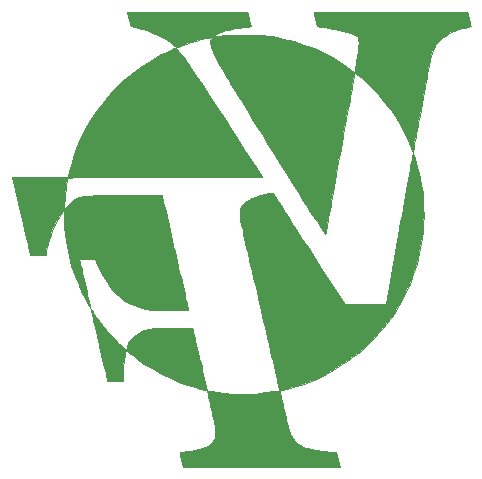
<source format=gbo>
%FSLAX46Y46*%
G04 Gerber Fmt 4.6, Leading zero omitted, Abs format (unit mm)*
G04 Created by KiCad (PCBNEW (2014-jan-25)-product) date Wed 09 Jul 2014 20:06:45 EST*
%MOMM*%
G01*
G04 APERTURE LIST*
%ADD10C,0.150000*%
%ADD11C,0.100000*%
G04 APERTURE END LIST*
D10*
D11*
G36*
X135313114Y-97629642D02*
X135311485Y-97965811D01*
X135305739Y-98292470D01*
X135295879Y-98598651D01*
X135281907Y-98873388D01*
X135263824Y-99105714D01*
X135258939Y-99153332D01*
X135132107Y-100090570D01*
X134957872Y-100998235D01*
X134735409Y-101878635D01*
X134463895Y-102734080D01*
X134142503Y-103566878D01*
X133770409Y-104379339D01*
X133346788Y-105173771D01*
X132870815Y-105952485D01*
X132781338Y-106088424D01*
X132468730Y-106542627D01*
X132154325Y-106966182D01*
X131827724Y-107371698D01*
X131478524Y-107771784D01*
X131096326Y-108179047D01*
X130853403Y-108425544D01*
X130450542Y-108817492D01*
X130063713Y-109171091D01*
X129680319Y-109496634D01*
X129287762Y-109804416D01*
X128873443Y-110104731D01*
X128438443Y-110398904D01*
X127656064Y-110879070D01*
X126846417Y-111311043D01*
X126012985Y-111693363D01*
X125159249Y-112024568D01*
X124288690Y-112303198D01*
X123404791Y-112527791D01*
X123322229Y-112545838D01*
X123210601Y-112572095D01*
X123145504Y-112594193D01*
X123117649Y-112616365D01*
X123116642Y-112639540D01*
X123125451Y-112675021D01*
X123145721Y-112760386D01*
X123176260Y-112890512D01*
X123215876Y-113060274D01*
X123263376Y-113264550D01*
X123317569Y-113498214D01*
X123377262Y-113756144D01*
X123441264Y-114033216D01*
X123485268Y-114223999D01*
X123569223Y-114587623D01*
X123641965Y-114900862D01*
X123704763Y-115168375D01*
X123758889Y-115394825D01*
X123805613Y-115584870D01*
X123846206Y-115743174D01*
X123881937Y-115874395D01*
X123914077Y-115983196D01*
X123943897Y-116074236D01*
X123972667Y-116152176D01*
X124001658Y-116221678D01*
X124032140Y-116287402D01*
X124065384Y-116354009D01*
X124066438Y-116356071D01*
X124243662Y-116650562D01*
X124453704Y-116902783D01*
X124699504Y-117114978D01*
X124984002Y-117289390D01*
X125310138Y-117428262D01*
X125577462Y-117508809D01*
X125716287Y-117540275D01*
X125897698Y-117575057D01*
X126111589Y-117611766D01*
X126347849Y-117649008D01*
X126596371Y-117685393D01*
X126847045Y-117719528D01*
X127089764Y-117750023D01*
X127314419Y-117775485D01*
X127510900Y-117794522D01*
X127669101Y-117805744D01*
X127752152Y-117808203D01*
X127844086Y-117812657D01*
X127893705Y-117828768D01*
X127913742Y-117857610D01*
X127924572Y-117898946D01*
X127946112Y-117986353D01*
X127976218Y-118110940D01*
X128012747Y-118263815D01*
X128053554Y-118436088D01*
X128066872Y-118492610D01*
X128204676Y-119078221D01*
X121568975Y-119078221D01*
X114933273Y-119078221D01*
X114795271Y-118478499D01*
X114754706Y-118301544D01*
X114718610Y-118142802D01*
X114688859Y-118010631D01*
X114667330Y-117913393D01*
X114655901Y-117859448D01*
X114654578Y-117851871D01*
X114680101Y-117839277D01*
X114752390Y-117821721D01*
X114862178Y-117801011D01*
X115000192Y-117778954D01*
X115103443Y-117764375D01*
X115548431Y-117699119D01*
X115940555Y-117629184D01*
X116283304Y-117553084D01*
X116580167Y-117469335D01*
X116834633Y-117376450D01*
X117050194Y-117272946D01*
X117230336Y-117157336D01*
X117378551Y-117028135D01*
X117498328Y-116883859D01*
X117593156Y-116723021D01*
X117604243Y-116699944D01*
X117643396Y-116614304D01*
X117670009Y-116545006D01*
X117686423Y-116477763D01*
X117694979Y-116398289D01*
X117698018Y-116292297D01*
X117697880Y-116145500D01*
X117697787Y-116128999D01*
X117691911Y-115909739D01*
X117675620Y-115724608D01*
X117646736Y-115551892D01*
X117634087Y-115493999D01*
X117615006Y-115411074D01*
X117584820Y-115280061D01*
X117545125Y-115107872D01*
X117497514Y-114901415D01*
X117443581Y-114667602D01*
X117384919Y-114413343D01*
X117323122Y-114145548D01*
X117271290Y-113920971D01*
X117211108Y-113658326D01*
X117155663Y-113412621D01*
X117106117Y-113189291D01*
X117063638Y-112993769D01*
X117029390Y-112831491D01*
X117004539Y-112707890D01*
X116990251Y-112628400D01*
X116987672Y-112598473D01*
X117020258Y-112596937D01*
X117097998Y-112604594D01*
X117210592Y-112620113D01*
X117347738Y-112642166D01*
X117409015Y-112652849D01*
X118320025Y-112786819D01*
X119237638Y-112865640D01*
X120157985Y-112889296D01*
X121077198Y-112857772D01*
X121991409Y-112771054D01*
X122652859Y-112672981D01*
X122817474Y-112644497D01*
X122934385Y-112622714D01*
X123011552Y-112604968D01*
X123056932Y-112588597D01*
X123078486Y-112570936D01*
X123084171Y-112549323D01*
X123082829Y-112529094D01*
X123075904Y-112495849D01*
X123056819Y-112409939D01*
X123026110Y-112273696D01*
X122984313Y-112089456D01*
X122931961Y-111859550D01*
X122869592Y-111586312D01*
X122797738Y-111272075D01*
X122716937Y-110919173D01*
X122627722Y-110529939D01*
X122530630Y-110106706D01*
X122426195Y-109651807D01*
X122314952Y-109167577D01*
X122197437Y-108656347D01*
X122074185Y-108120452D01*
X121945731Y-107562224D01*
X121812609Y-106983997D01*
X121675357Y-106388105D01*
X121534508Y-105776880D01*
X121455185Y-105432776D01*
X121312025Y-104811732D01*
X121171864Y-104203520D01*
X121035255Y-103610550D01*
X120902753Y-103035231D01*
X120774910Y-102479972D01*
X120652281Y-101947183D01*
X120535419Y-101439272D01*
X120424878Y-100958648D01*
X120321212Y-100507721D01*
X120224973Y-100088900D01*
X120136716Y-99704593D01*
X120056995Y-99357210D01*
X119986362Y-99049160D01*
X119925373Y-98782853D01*
X119874579Y-98560696D01*
X119834536Y-98385100D01*
X119805796Y-98258473D01*
X119788913Y-98183225D01*
X119785078Y-98165554D01*
X119758130Y-97994843D01*
X119740131Y-97794189D01*
X119733499Y-97601110D01*
X119733702Y-97458037D01*
X119737839Y-97355386D01*
X119748689Y-97277145D01*
X119769034Y-97207302D01*
X119801654Y-97129846D01*
X119823410Y-97083313D01*
X119933627Y-96898434D01*
X120083073Y-96728801D01*
X120273983Y-96573307D01*
X120508590Y-96430846D01*
X120789129Y-96300311D01*
X121117833Y-96180596D01*
X121496937Y-96070595D01*
X121928673Y-95969200D01*
X122172189Y-95919995D01*
X122306484Y-95895972D01*
X122420227Y-95879037D01*
X122502298Y-95870598D01*
X122541576Y-95872068D01*
X122542896Y-95872989D01*
X122562860Y-95901761D01*
X122611556Y-95975260D01*
X122687203Y-96090727D01*
X122788020Y-96245402D01*
X122912227Y-96436526D01*
X123058042Y-96661340D01*
X123223685Y-96917083D01*
X123407374Y-97200998D01*
X123607330Y-97510324D01*
X123821771Y-97842303D01*
X124048916Y-98194174D01*
X124286984Y-98563179D01*
X124534196Y-98946557D01*
X124788768Y-99341551D01*
X125048922Y-99745400D01*
X125312876Y-100155346D01*
X125578849Y-100568628D01*
X125845061Y-100982487D01*
X126109729Y-101394165D01*
X126371075Y-101800902D01*
X126627316Y-102199937D01*
X126818390Y-102497665D01*
X128629119Y-105319887D01*
X130374169Y-105319887D01*
X132119219Y-105319887D01*
X133254211Y-98941665D01*
X133359564Y-98349602D01*
X133462354Y-97771904D01*
X133562140Y-97211056D01*
X133658480Y-96669541D01*
X133750931Y-96149844D01*
X133839053Y-95654450D01*
X133922403Y-95185842D01*
X134000540Y-94746505D01*
X134073022Y-94338923D01*
X134139406Y-93965581D01*
X134199252Y-93628963D01*
X134252118Y-93331553D01*
X134297561Y-93075836D01*
X134335140Y-92864296D01*
X134364414Y-92699416D01*
X134384939Y-92583683D01*
X134396276Y-92519579D01*
X134398472Y-92506999D01*
X134410046Y-92510383D01*
X134435544Y-92559832D01*
X134472091Y-92647523D01*
X134516814Y-92765634D01*
X134566839Y-92906344D01*
X134619291Y-93061828D01*
X134671298Y-93224266D01*
X134714713Y-93367776D01*
X134878270Y-93973145D01*
X135016584Y-94590291D01*
X135132044Y-95231586D01*
X135227037Y-95909402D01*
X135259454Y-96189999D01*
X135278433Y-96409209D01*
X135293287Y-96673746D01*
X135304017Y-96972642D01*
X135310626Y-97294930D01*
X135313114Y-97629642D01*
X135313114Y-97629642D01*
X135313114Y-97629642D01*
G37*
X135313114Y-97629642D02*
X135311485Y-97965811D01*
X135305739Y-98292470D01*
X135295879Y-98598651D01*
X135281907Y-98873388D01*
X135263824Y-99105714D01*
X135258939Y-99153332D01*
X135132107Y-100090570D01*
X134957872Y-100998235D01*
X134735409Y-101878635D01*
X134463895Y-102734080D01*
X134142503Y-103566878D01*
X133770409Y-104379339D01*
X133346788Y-105173771D01*
X132870815Y-105952485D01*
X132781338Y-106088424D01*
X132468730Y-106542627D01*
X132154325Y-106966182D01*
X131827724Y-107371698D01*
X131478524Y-107771784D01*
X131096326Y-108179047D01*
X130853403Y-108425544D01*
X130450542Y-108817492D01*
X130063713Y-109171091D01*
X129680319Y-109496634D01*
X129287762Y-109804416D01*
X128873443Y-110104731D01*
X128438443Y-110398904D01*
X127656064Y-110879070D01*
X126846417Y-111311043D01*
X126012985Y-111693363D01*
X125159249Y-112024568D01*
X124288690Y-112303198D01*
X123404791Y-112527791D01*
X123322229Y-112545838D01*
X123210601Y-112572095D01*
X123145504Y-112594193D01*
X123117649Y-112616365D01*
X123116642Y-112639540D01*
X123125451Y-112675021D01*
X123145721Y-112760386D01*
X123176260Y-112890512D01*
X123215876Y-113060274D01*
X123263376Y-113264550D01*
X123317569Y-113498214D01*
X123377262Y-113756144D01*
X123441264Y-114033216D01*
X123485268Y-114223999D01*
X123569223Y-114587623D01*
X123641965Y-114900862D01*
X123704763Y-115168375D01*
X123758889Y-115394825D01*
X123805613Y-115584870D01*
X123846206Y-115743174D01*
X123881937Y-115874395D01*
X123914077Y-115983196D01*
X123943897Y-116074236D01*
X123972667Y-116152176D01*
X124001658Y-116221678D01*
X124032140Y-116287402D01*
X124065384Y-116354009D01*
X124066438Y-116356071D01*
X124243662Y-116650562D01*
X124453704Y-116902783D01*
X124699504Y-117114978D01*
X124984002Y-117289390D01*
X125310138Y-117428262D01*
X125577462Y-117508809D01*
X125716287Y-117540275D01*
X125897698Y-117575057D01*
X126111589Y-117611766D01*
X126347849Y-117649008D01*
X126596371Y-117685393D01*
X126847045Y-117719528D01*
X127089764Y-117750023D01*
X127314419Y-117775485D01*
X127510900Y-117794522D01*
X127669101Y-117805744D01*
X127752152Y-117808203D01*
X127844086Y-117812657D01*
X127893705Y-117828768D01*
X127913742Y-117857610D01*
X127924572Y-117898946D01*
X127946112Y-117986353D01*
X127976218Y-118110940D01*
X128012747Y-118263815D01*
X128053554Y-118436088D01*
X128066872Y-118492610D01*
X128204676Y-119078221D01*
X121568975Y-119078221D01*
X114933273Y-119078221D01*
X114795271Y-118478499D01*
X114754706Y-118301544D01*
X114718610Y-118142802D01*
X114688859Y-118010631D01*
X114667330Y-117913393D01*
X114655901Y-117859448D01*
X114654578Y-117851871D01*
X114680101Y-117839277D01*
X114752390Y-117821721D01*
X114862178Y-117801011D01*
X115000192Y-117778954D01*
X115103443Y-117764375D01*
X115548431Y-117699119D01*
X115940555Y-117629184D01*
X116283304Y-117553084D01*
X116580167Y-117469335D01*
X116834633Y-117376450D01*
X117050194Y-117272946D01*
X117230336Y-117157336D01*
X117378551Y-117028135D01*
X117498328Y-116883859D01*
X117593156Y-116723021D01*
X117604243Y-116699944D01*
X117643396Y-116614304D01*
X117670009Y-116545006D01*
X117686423Y-116477763D01*
X117694979Y-116398289D01*
X117698018Y-116292297D01*
X117697880Y-116145500D01*
X117697787Y-116128999D01*
X117691911Y-115909739D01*
X117675620Y-115724608D01*
X117646736Y-115551892D01*
X117634087Y-115493999D01*
X117615006Y-115411074D01*
X117584820Y-115280061D01*
X117545125Y-115107872D01*
X117497514Y-114901415D01*
X117443581Y-114667602D01*
X117384919Y-114413343D01*
X117323122Y-114145548D01*
X117271290Y-113920971D01*
X117211108Y-113658326D01*
X117155663Y-113412621D01*
X117106117Y-113189291D01*
X117063638Y-112993769D01*
X117029390Y-112831491D01*
X117004539Y-112707890D01*
X116990251Y-112628400D01*
X116987672Y-112598473D01*
X117020258Y-112596937D01*
X117097998Y-112604594D01*
X117210592Y-112620113D01*
X117347738Y-112642166D01*
X117409015Y-112652849D01*
X118320025Y-112786819D01*
X119237638Y-112865640D01*
X120157985Y-112889296D01*
X121077198Y-112857772D01*
X121991409Y-112771054D01*
X122652859Y-112672981D01*
X122817474Y-112644497D01*
X122934385Y-112622714D01*
X123011552Y-112604968D01*
X123056932Y-112588597D01*
X123078486Y-112570936D01*
X123084171Y-112549323D01*
X123082829Y-112529094D01*
X123075904Y-112495849D01*
X123056819Y-112409939D01*
X123026110Y-112273696D01*
X122984313Y-112089456D01*
X122931961Y-111859550D01*
X122869592Y-111586312D01*
X122797738Y-111272075D01*
X122716937Y-110919173D01*
X122627722Y-110529939D01*
X122530630Y-110106706D01*
X122426195Y-109651807D01*
X122314952Y-109167577D01*
X122197437Y-108656347D01*
X122074185Y-108120452D01*
X121945731Y-107562224D01*
X121812609Y-106983997D01*
X121675357Y-106388105D01*
X121534508Y-105776880D01*
X121455185Y-105432776D01*
X121312025Y-104811732D01*
X121171864Y-104203520D01*
X121035255Y-103610550D01*
X120902753Y-103035231D01*
X120774910Y-102479972D01*
X120652281Y-101947183D01*
X120535419Y-101439272D01*
X120424878Y-100958648D01*
X120321212Y-100507721D01*
X120224973Y-100088900D01*
X120136716Y-99704593D01*
X120056995Y-99357210D01*
X119986362Y-99049160D01*
X119925373Y-98782853D01*
X119874579Y-98560696D01*
X119834536Y-98385100D01*
X119805796Y-98258473D01*
X119788913Y-98183225D01*
X119785078Y-98165554D01*
X119758130Y-97994843D01*
X119740131Y-97794189D01*
X119733499Y-97601110D01*
X119733702Y-97458037D01*
X119737839Y-97355386D01*
X119748689Y-97277145D01*
X119769034Y-97207302D01*
X119801654Y-97129846D01*
X119823410Y-97083313D01*
X119933627Y-96898434D01*
X120083073Y-96728801D01*
X120273983Y-96573307D01*
X120508590Y-96430846D01*
X120789129Y-96300311D01*
X121117833Y-96180596D01*
X121496937Y-96070595D01*
X121928673Y-95969200D01*
X122172189Y-95919995D01*
X122306484Y-95895972D01*
X122420227Y-95879037D01*
X122502298Y-95870598D01*
X122541576Y-95872068D01*
X122542896Y-95872989D01*
X122562860Y-95901761D01*
X122611556Y-95975260D01*
X122687203Y-96090727D01*
X122788020Y-96245402D01*
X122912227Y-96436526D01*
X123058042Y-96661340D01*
X123223685Y-96917083D01*
X123407374Y-97200998D01*
X123607330Y-97510324D01*
X123821771Y-97842303D01*
X124048916Y-98194174D01*
X124286984Y-98563179D01*
X124534196Y-98946557D01*
X124788768Y-99341551D01*
X125048922Y-99745400D01*
X125312876Y-100155346D01*
X125578849Y-100568628D01*
X125845061Y-100982487D01*
X126109729Y-101394165D01*
X126371075Y-101800902D01*
X126627316Y-102199937D01*
X126818390Y-102497665D01*
X128629119Y-105319887D01*
X130374169Y-105319887D01*
X132119219Y-105319887D01*
X133254211Y-98941665D01*
X133359564Y-98349602D01*
X133462354Y-97771904D01*
X133562140Y-97211056D01*
X133658480Y-96669541D01*
X133750931Y-96149844D01*
X133839053Y-95654450D01*
X133922403Y-95185842D01*
X134000540Y-94746505D01*
X134073022Y-94338923D01*
X134139406Y-93965581D01*
X134199252Y-93628963D01*
X134252118Y-93331553D01*
X134297561Y-93075836D01*
X134335140Y-92864296D01*
X134364414Y-92699416D01*
X134384939Y-92583683D01*
X134396276Y-92519579D01*
X134398472Y-92506999D01*
X134410046Y-92510383D01*
X134435544Y-92559832D01*
X134472091Y-92647523D01*
X134516814Y-92765634D01*
X134566839Y-92906344D01*
X134619291Y-93061828D01*
X134671298Y-93224266D01*
X134714713Y-93367776D01*
X134878270Y-93973145D01*
X135016584Y-94590291D01*
X135132044Y-95231586D01*
X135227037Y-95909402D01*
X135259454Y-96189999D01*
X135278433Y-96409209D01*
X135293287Y-96673746D01*
X135304017Y-96972642D01*
X135310626Y-97294930D01*
X135313114Y-97629642D01*
X135313114Y-97629642D01*
G36*
X116951999Y-112546517D02*
X116941383Y-112555687D01*
X116905709Y-112555532D01*
X116839233Y-112544923D01*
X116736216Y-112522735D01*
X116590914Y-112487840D01*
X116397586Y-112439110D01*
X116373443Y-112432934D01*
X116007026Y-112336132D01*
X115679343Y-112242695D01*
X115373355Y-112147316D01*
X115072022Y-112044691D01*
X114766367Y-111932564D01*
X113909309Y-111579890D01*
X113080368Y-111180687D01*
X112282237Y-110736510D01*
X111517607Y-110248919D01*
X110789170Y-109719469D01*
X110399844Y-109406761D01*
X110298739Y-109325959D01*
X110212801Y-109263542D01*
X110151226Y-109225768D01*
X110123371Y-109218702D01*
X110101964Y-109265329D01*
X110074410Y-109360830D01*
X110042300Y-109498170D01*
X110007226Y-109670311D01*
X109970778Y-109870217D01*
X109955166Y-109962443D01*
X109923948Y-110183477D01*
X109895893Y-110444190D01*
X109872248Y-110727850D01*
X109854258Y-111017722D01*
X109843168Y-111297074D01*
X109840099Y-111507610D01*
X109839999Y-111796887D01*
X109190888Y-111796887D01*
X109006265Y-111796198D01*
X108842065Y-111794265D01*
X108706163Y-111791290D01*
X108606440Y-111787475D01*
X108550774Y-111783021D01*
X108541777Y-111780263D01*
X108535558Y-111751097D01*
X108517444Y-111670484D01*
X108488251Y-111541969D01*
X108448791Y-111369102D01*
X108399879Y-111155428D01*
X108342329Y-110904495D01*
X108276956Y-110619851D01*
X108204574Y-110305042D01*
X108125997Y-109963617D01*
X108042038Y-109599121D01*
X107953513Y-109215103D01*
X107861236Y-108815109D01*
X107848067Y-108758047D01*
X107755453Y-108356267D01*
X107666661Y-107970055D01*
X107582491Y-107602948D01*
X107503745Y-107258484D01*
X107431223Y-106940200D01*
X107365727Y-106651633D01*
X107308056Y-106396321D01*
X107259011Y-106177802D01*
X107219395Y-105999611D01*
X107190006Y-105865288D01*
X107171646Y-105778369D01*
X107165116Y-105742391D01*
X107165197Y-105741615D01*
X107183655Y-105759664D01*
X107226284Y-105816762D01*
X107286976Y-105904320D01*
X107359622Y-106013750D01*
X107369136Y-106028380D01*
X107614626Y-106390029D01*
X107893247Y-106771469D01*
X108193418Y-107158043D01*
X108503553Y-107535096D01*
X108812071Y-107887971D01*
X108995069Y-108085665D01*
X109120703Y-108215916D01*
X109258503Y-108355115D01*
X109402820Y-108497931D01*
X109548005Y-108639031D01*
X109688410Y-108773084D01*
X109818385Y-108894756D01*
X109932284Y-108998716D01*
X110024456Y-109079632D01*
X110089254Y-109132171D01*
X110121029Y-109151001D01*
X110122881Y-109150311D01*
X110138058Y-109115821D01*
X110165071Y-109040772D01*
X110199198Y-108938568D01*
X110215927Y-108886303D01*
X110332428Y-108607223D01*
X110498132Y-108342155D01*
X110706243Y-108098031D01*
X110949966Y-107881784D01*
X111222504Y-107700345D01*
X111514565Y-107561608D01*
X111662467Y-107506445D01*
X111802956Y-107458925D01*
X111941513Y-107418492D01*
X112083618Y-107384590D01*
X112234753Y-107356660D01*
X112400399Y-107334146D01*
X112586037Y-107316491D01*
X112797149Y-107303138D01*
X113039214Y-107293529D01*
X113317716Y-107287108D01*
X113638134Y-107283317D01*
X114005950Y-107281600D01*
X114272333Y-107281332D01*
X114554053Y-107281593D01*
X114817988Y-107282343D01*
X115058895Y-107283533D01*
X115271531Y-107285111D01*
X115450656Y-107287029D01*
X115591026Y-107289235D01*
X115687399Y-107291679D01*
X115734532Y-107294313D01*
X115738443Y-107295337D01*
X115744689Y-107324234D01*
X115762841Y-107404306D01*
X115792022Y-107531751D01*
X115831352Y-107702767D01*
X115879952Y-107913552D01*
X115936946Y-108160303D01*
X116001454Y-108439219D01*
X116072598Y-108746498D01*
X116149499Y-109078337D01*
X116231279Y-109430934D01*
X116317060Y-109800487D01*
X116345221Y-109921744D01*
X116432091Y-110295880D01*
X116515243Y-110654248D01*
X116593797Y-110993048D01*
X116666876Y-111308481D01*
X116733601Y-111596749D01*
X116793095Y-111854052D01*
X116844478Y-112076591D01*
X116886873Y-112260567D01*
X116919401Y-112402182D01*
X116941185Y-112497635D01*
X116951346Y-112543129D01*
X116951999Y-112546517D01*
X116951999Y-112546517D01*
X116951999Y-112546517D01*
G37*
X116951999Y-112546517D02*
X116941383Y-112555687D01*
X116905709Y-112555532D01*
X116839233Y-112544923D01*
X116736216Y-112522735D01*
X116590914Y-112487840D01*
X116397586Y-112439110D01*
X116373443Y-112432934D01*
X116007026Y-112336132D01*
X115679343Y-112242695D01*
X115373355Y-112147316D01*
X115072022Y-112044691D01*
X114766367Y-111932564D01*
X113909309Y-111579890D01*
X113080368Y-111180687D01*
X112282237Y-110736510D01*
X111517607Y-110248919D01*
X110789170Y-109719469D01*
X110399844Y-109406761D01*
X110298739Y-109325959D01*
X110212801Y-109263542D01*
X110151226Y-109225768D01*
X110123371Y-109218702D01*
X110101964Y-109265329D01*
X110074410Y-109360830D01*
X110042300Y-109498170D01*
X110007226Y-109670311D01*
X109970778Y-109870217D01*
X109955166Y-109962443D01*
X109923948Y-110183477D01*
X109895893Y-110444190D01*
X109872248Y-110727850D01*
X109854258Y-111017722D01*
X109843168Y-111297074D01*
X109840099Y-111507610D01*
X109839999Y-111796887D01*
X109190888Y-111796887D01*
X109006265Y-111796198D01*
X108842065Y-111794265D01*
X108706163Y-111791290D01*
X108606440Y-111787475D01*
X108550774Y-111783021D01*
X108541777Y-111780263D01*
X108535558Y-111751097D01*
X108517444Y-111670484D01*
X108488251Y-111541969D01*
X108448791Y-111369102D01*
X108399879Y-111155428D01*
X108342329Y-110904495D01*
X108276956Y-110619851D01*
X108204574Y-110305042D01*
X108125997Y-109963617D01*
X108042038Y-109599121D01*
X107953513Y-109215103D01*
X107861236Y-108815109D01*
X107848067Y-108758047D01*
X107755453Y-108356267D01*
X107666661Y-107970055D01*
X107582491Y-107602948D01*
X107503745Y-107258484D01*
X107431223Y-106940200D01*
X107365727Y-106651633D01*
X107308056Y-106396321D01*
X107259011Y-106177802D01*
X107219395Y-105999611D01*
X107190006Y-105865288D01*
X107171646Y-105778369D01*
X107165116Y-105742391D01*
X107165197Y-105741615D01*
X107183655Y-105759664D01*
X107226284Y-105816762D01*
X107286976Y-105904320D01*
X107359622Y-106013750D01*
X107369136Y-106028380D01*
X107614626Y-106390029D01*
X107893247Y-106771469D01*
X108193418Y-107158043D01*
X108503553Y-107535096D01*
X108812071Y-107887971D01*
X108995069Y-108085665D01*
X109120703Y-108215916D01*
X109258503Y-108355115D01*
X109402820Y-108497931D01*
X109548005Y-108639031D01*
X109688410Y-108773084D01*
X109818385Y-108894756D01*
X109932284Y-108998716D01*
X110024456Y-109079632D01*
X110089254Y-109132171D01*
X110121029Y-109151001D01*
X110122881Y-109150311D01*
X110138058Y-109115821D01*
X110165071Y-109040772D01*
X110199198Y-108938568D01*
X110215927Y-108886303D01*
X110332428Y-108607223D01*
X110498132Y-108342155D01*
X110706243Y-108098031D01*
X110949966Y-107881784D01*
X111222504Y-107700345D01*
X111514565Y-107561608D01*
X111662467Y-107506445D01*
X111802956Y-107458925D01*
X111941513Y-107418492D01*
X112083618Y-107384590D01*
X112234753Y-107356660D01*
X112400399Y-107334146D01*
X112586037Y-107316491D01*
X112797149Y-107303138D01*
X113039214Y-107293529D01*
X113317716Y-107287108D01*
X113638134Y-107283317D01*
X114005950Y-107281600D01*
X114272333Y-107281332D01*
X114554053Y-107281593D01*
X114817988Y-107282343D01*
X115058895Y-107283533D01*
X115271531Y-107285111D01*
X115450656Y-107287029D01*
X115591026Y-107289235D01*
X115687399Y-107291679D01*
X115734532Y-107294313D01*
X115738443Y-107295337D01*
X115744689Y-107324234D01*
X115762841Y-107404306D01*
X115792022Y-107531751D01*
X115831352Y-107702767D01*
X115879952Y-107913552D01*
X115936946Y-108160303D01*
X116001454Y-108439219D01*
X116072598Y-108746498D01*
X116149499Y-109078337D01*
X116231279Y-109430934D01*
X116317060Y-109800487D01*
X116345221Y-109921744D01*
X116432091Y-110295880D01*
X116515243Y-110654248D01*
X116593797Y-110993048D01*
X116666876Y-111308481D01*
X116733601Y-111596749D01*
X116793095Y-111854052D01*
X116844478Y-112076591D01*
X116886873Y-112260567D01*
X116919401Y-112402182D01*
X116941185Y-112497635D01*
X116951346Y-112543129D01*
X116951999Y-112546517D01*
X116951999Y-112546517D01*
G36*
X121665110Y-94534519D02*
X121637256Y-94536049D01*
X121555169Y-94537546D01*
X121421061Y-94539005D01*
X121237143Y-94540420D01*
X121005625Y-94541787D01*
X120728721Y-94543101D01*
X120408640Y-94544356D01*
X120047594Y-94545549D01*
X119647796Y-94546673D01*
X119211456Y-94547724D01*
X118740785Y-94548696D01*
X118237995Y-94549586D01*
X117705298Y-94550387D01*
X117144905Y-94551095D01*
X116559026Y-94551705D01*
X115949875Y-94552212D01*
X115319661Y-94552611D01*
X114670598Y-94552896D01*
X114004894Y-94553064D01*
X113426123Y-94553110D01*
X112617594Y-94553121D01*
X111863607Y-94553163D01*
X111162260Y-94553247D01*
X110511650Y-94553383D01*
X109909877Y-94553585D01*
X109355037Y-94553862D01*
X108845227Y-94554227D01*
X108378547Y-94554690D01*
X107953094Y-94555264D01*
X107566965Y-94555959D01*
X107218259Y-94556787D01*
X106905073Y-94557759D01*
X106625504Y-94558887D01*
X106377651Y-94560181D01*
X106159612Y-94561655D01*
X105969484Y-94563317D01*
X105805365Y-94565182D01*
X105665353Y-94567258D01*
X105547546Y-94569559D01*
X105450041Y-94572095D01*
X105370936Y-94574877D01*
X105308330Y-94577918D01*
X105260319Y-94581228D01*
X105225001Y-94584819D01*
X105200475Y-94588702D01*
X105184839Y-94592889D01*
X105176189Y-94597391D01*
X105172624Y-94602219D01*
X105172536Y-94602499D01*
X105141065Y-94730134D01*
X105107130Y-94904959D01*
X105071882Y-95117836D01*
X105036475Y-95359627D01*
X105002061Y-95621194D01*
X104969792Y-95893398D01*
X104940821Y-96167102D01*
X104916301Y-96433167D01*
X104897384Y-96682454D01*
X104886890Y-96867332D01*
X104869365Y-97248332D01*
X104962822Y-97135443D01*
X105200726Y-96868990D01*
X105434706Y-96650882D01*
X105672635Y-96474267D01*
X105832443Y-96378851D01*
X105924513Y-96331071D01*
X106014783Y-96290582D01*
X106109899Y-96256131D01*
X106216505Y-96226464D01*
X106341247Y-96200326D01*
X106490768Y-96176463D01*
X106671715Y-96153622D01*
X106890732Y-96130548D01*
X107154464Y-96105988D01*
X107384665Y-96085919D01*
X107491614Y-96077709D01*
X107612514Y-96070362D01*
X107751161Y-96063810D01*
X107911348Y-96057982D01*
X108096867Y-96052811D01*
X108311514Y-96048226D01*
X108559081Y-96044159D01*
X108843361Y-96040541D01*
X109168150Y-96037301D01*
X109537239Y-96034372D01*
X109954423Y-96031684D01*
X110423495Y-96029167D01*
X110524388Y-96028676D01*
X110903439Y-96027018D01*
X111266024Y-96025742D01*
X111608220Y-96024846D01*
X111926104Y-96024326D01*
X112215751Y-96024177D01*
X112473240Y-96024395D01*
X112694646Y-96024977D01*
X112876047Y-96025919D01*
X113013519Y-96027217D01*
X113103140Y-96028866D01*
X113140985Y-96030864D01*
X113141999Y-96031282D01*
X113148242Y-96059247D01*
X113166448Y-96138814D01*
X113195833Y-96266599D01*
X113235615Y-96439218D01*
X113285010Y-96653287D01*
X113343233Y-96905422D01*
X113409502Y-97192238D01*
X113483033Y-97510352D01*
X113563042Y-97856380D01*
X113648746Y-98226937D01*
X113739362Y-98618639D01*
X113834104Y-99028102D01*
X113932191Y-99451943D01*
X114032839Y-99886776D01*
X114135263Y-100329219D01*
X114238680Y-100775886D01*
X114342308Y-101223394D01*
X114445362Y-101668358D01*
X114547058Y-102107395D01*
X114646614Y-102537120D01*
X114743245Y-102954150D01*
X114836168Y-103355100D01*
X114924599Y-103736586D01*
X115007756Y-104095223D01*
X115084853Y-104427629D01*
X115155109Y-104730419D01*
X115217739Y-105000208D01*
X115271959Y-105233613D01*
X115316986Y-105427249D01*
X115352037Y-105577732D01*
X115376328Y-105681679D01*
X115385826Y-105722054D01*
X115400852Y-105785554D01*
X113996259Y-105781654D01*
X113708764Y-105780350D01*
X113429415Y-105778126D01*
X113165100Y-105775101D01*
X112922709Y-105771396D01*
X112709128Y-105767133D01*
X112531245Y-105762431D01*
X112395950Y-105757411D01*
X112310131Y-105752193D01*
X112309443Y-105752131D01*
X111765484Y-105678119D01*
X111253155Y-105557470D01*
X110771634Y-105389731D01*
X110320099Y-105174447D01*
X109897727Y-104911165D01*
X109503696Y-104599429D01*
X109137182Y-104238785D01*
X108797364Y-103828779D01*
X108776515Y-103800861D01*
X108573337Y-103514387D01*
X108367797Y-103201097D01*
X108167040Y-102873301D01*
X107978206Y-102543305D01*
X107808438Y-102223418D01*
X107664879Y-101925949D01*
X107594554Y-101763978D01*
X107478158Y-101481665D01*
X106824634Y-101474089D01*
X106639370Y-101472868D01*
X106474497Y-101473555D01*
X106337864Y-101475971D01*
X106237320Y-101479937D01*
X106180717Y-101485273D01*
X106171110Y-101489004D01*
X106177329Y-101519475D01*
X106195325Y-101600606D01*
X106224108Y-101728074D01*
X106262687Y-101897557D01*
X106310073Y-102104733D01*
X106365274Y-102345281D01*
X106427301Y-102614877D01*
X106495163Y-102909201D01*
X106567870Y-103223929D01*
X106644431Y-103554740D01*
X106646543Y-103563857D01*
X106722982Y-103894340D01*
X106795384Y-104208347D01*
X106862780Y-104501619D01*
X106924201Y-104769896D01*
X106978680Y-105008921D01*
X107025249Y-105214433D01*
X107062940Y-105382174D01*
X107090784Y-105507884D01*
X107107814Y-105587305D01*
X107113062Y-105616177D01*
X107113014Y-105616221D01*
X107088962Y-105591903D01*
X107043591Y-105523211D01*
X106980250Y-105416539D01*
X106902291Y-105278280D01*
X106813064Y-105114828D01*
X106715921Y-104932577D01*
X106614211Y-104737920D01*
X106511287Y-104537250D01*
X106410498Y-104336962D01*
X106315195Y-104143449D01*
X106228730Y-103963104D01*
X106154453Y-103802321D01*
X106112527Y-103707218D01*
X105777739Y-102866007D01*
X105497679Y-102027207D01*
X105271175Y-101185430D01*
X105097052Y-100335287D01*
X104974136Y-99471388D01*
X104901253Y-98588343D01*
X104881210Y-98054522D01*
X104864577Y-97280267D01*
X104797079Y-97363077D01*
X104701424Y-97493427D01*
X104589850Y-97667075D01*
X104467148Y-97874811D01*
X104338111Y-98107424D01*
X104207527Y-98355704D01*
X104080189Y-98610442D01*
X103960887Y-98862427D01*
X103854412Y-99102448D01*
X103765556Y-99321296D01*
X103733695Y-99407332D01*
X103625402Y-99735192D01*
X103527858Y-100078516D01*
X103446865Y-100415316D01*
X103391132Y-100705554D01*
X103370566Y-100829410D01*
X103351888Y-100937991D01*
X103337901Y-101015164D01*
X103333492Y-101037165D01*
X103319590Y-101100665D01*
X102656905Y-101100665D01*
X102470244Y-101100378D01*
X102303900Y-101099574D01*
X102165677Y-101098334D01*
X102063376Y-101096743D01*
X102004802Y-101094882D01*
X101993864Y-101093610D01*
X101987556Y-101065765D01*
X101969250Y-100986333D01*
X101939732Y-100858702D01*
X101899789Y-100686262D01*
X101850208Y-100472401D01*
X101791774Y-100220510D01*
X101725275Y-99933977D01*
X101651497Y-99616192D01*
X101571226Y-99270545D01*
X101485250Y-98900424D01*
X101394354Y-98509220D01*
X101299326Y-98100321D01*
X101235768Y-97826887D01*
X100478029Y-94567221D01*
X102826074Y-94560005D01*
X105174118Y-94552789D01*
X105280899Y-94108449D01*
X105524062Y-93216613D01*
X105819925Y-92344435D01*
X106167711Y-91493509D01*
X106566644Y-90665429D01*
X107015947Y-89861789D01*
X107514844Y-89084183D01*
X108062560Y-88334205D01*
X108143227Y-88231332D01*
X108742431Y-87518716D01*
X109379941Y-86847185D01*
X110054433Y-86217808D01*
X110764583Y-85631654D01*
X111509069Y-85089794D01*
X112286566Y-84593295D01*
X113095750Y-84143228D01*
X113381888Y-83998992D01*
X113564382Y-83909967D01*
X113739285Y-83825747D01*
X113897243Y-83750752D01*
X114028900Y-83689403D01*
X114124903Y-83646118D01*
X114161170Y-83630788D01*
X114319564Y-83567498D01*
X114433034Y-83691026D01*
X114496313Y-83760689D01*
X114559294Y-83831916D01*
X114623301Y-83906657D01*
X114689658Y-83986862D01*
X114759690Y-84074481D01*
X114834723Y-84171465D01*
X114916080Y-84279764D01*
X115005086Y-84401328D01*
X115103065Y-84538107D01*
X115211344Y-84692051D01*
X115331245Y-84865111D01*
X115464094Y-85059237D01*
X115611215Y-85276379D01*
X115773933Y-85518487D01*
X115953572Y-85787511D01*
X116151458Y-86085402D01*
X116368915Y-86414110D01*
X116607267Y-86775585D01*
X116867839Y-87171778D01*
X117151956Y-87604637D01*
X117460942Y-88076115D01*
X117796122Y-88588160D01*
X118158821Y-89142723D01*
X118550363Y-89741755D01*
X118740480Y-90032714D01*
X119093287Y-90572702D01*
X119416515Y-91067431D01*
X119711459Y-91518895D01*
X119979414Y-91929085D01*
X120221675Y-92299997D01*
X120439538Y-92633623D01*
X120634296Y-92931957D01*
X120807245Y-93196991D01*
X120959681Y-93430720D01*
X121092897Y-93635135D01*
X121208190Y-93812232D01*
X121306853Y-93964003D01*
X121390182Y-94092441D01*
X121459472Y-94199540D01*
X121516017Y-94287292D01*
X121561114Y-94357692D01*
X121596056Y-94412733D01*
X121622139Y-94454408D01*
X121640657Y-94484710D01*
X121652906Y-94505632D01*
X121660181Y-94519168D01*
X121663777Y-94527312D01*
X121664987Y-94532056D01*
X121665110Y-94534519D01*
X121665110Y-94534519D01*
X121665110Y-94534519D01*
G37*
X121665110Y-94534519D02*
X121637256Y-94536049D01*
X121555169Y-94537546D01*
X121421061Y-94539005D01*
X121237143Y-94540420D01*
X121005625Y-94541787D01*
X120728721Y-94543101D01*
X120408640Y-94544356D01*
X120047594Y-94545549D01*
X119647796Y-94546673D01*
X119211456Y-94547724D01*
X118740785Y-94548696D01*
X118237995Y-94549586D01*
X117705298Y-94550387D01*
X117144905Y-94551095D01*
X116559026Y-94551705D01*
X115949875Y-94552212D01*
X115319661Y-94552611D01*
X114670598Y-94552896D01*
X114004894Y-94553064D01*
X113426123Y-94553110D01*
X112617594Y-94553121D01*
X111863607Y-94553163D01*
X111162260Y-94553247D01*
X110511650Y-94553383D01*
X109909877Y-94553585D01*
X109355037Y-94553862D01*
X108845227Y-94554227D01*
X108378547Y-94554690D01*
X107953094Y-94555264D01*
X107566965Y-94555959D01*
X107218259Y-94556787D01*
X106905073Y-94557759D01*
X106625504Y-94558887D01*
X106377651Y-94560181D01*
X106159612Y-94561655D01*
X105969484Y-94563317D01*
X105805365Y-94565182D01*
X105665353Y-94567258D01*
X105547546Y-94569559D01*
X105450041Y-94572095D01*
X105370936Y-94574877D01*
X105308330Y-94577918D01*
X105260319Y-94581228D01*
X105225001Y-94584819D01*
X105200475Y-94588702D01*
X105184839Y-94592889D01*
X105176189Y-94597391D01*
X105172624Y-94602219D01*
X105172536Y-94602499D01*
X105141065Y-94730134D01*
X105107130Y-94904959D01*
X105071882Y-95117836D01*
X105036475Y-95359627D01*
X105002061Y-95621194D01*
X104969792Y-95893398D01*
X104940821Y-96167102D01*
X104916301Y-96433167D01*
X104897384Y-96682454D01*
X104886890Y-96867332D01*
X104869365Y-97248332D01*
X104962822Y-97135443D01*
X105200726Y-96868990D01*
X105434706Y-96650882D01*
X105672635Y-96474267D01*
X105832443Y-96378851D01*
X105924513Y-96331071D01*
X106014783Y-96290582D01*
X106109899Y-96256131D01*
X106216505Y-96226464D01*
X106341247Y-96200326D01*
X106490768Y-96176463D01*
X106671715Y-96153622D01*
X106890732Y-96130548D01*
X107154464Y-96105988D01*
X107384665Y-96085919D01*
X107491614Y-96077709D01*
X107612514Y-96070362D01*
X107751161Y-96063810D01*
X107911348Y-96057982D01*
X108096867Y-96052811D01*
X108311514Y-96048226D01*
X108559081Y-96044159D01*
X108843361Y-96040541D01*
X109168150Y-96037301D01*
X109537239Y-96034372D01*
X109954423Y-96031684D01*
X110423495Y-96029167D01*
X110524388Y-96028676D01*
X110903439Y-96027018D01*
X111266024Y-96025742D01*
X111608220Y-96024846D01*
X111926104Y-96024326D01*
X112215751Y-96024177D01*
X112473240Y-96024395D01*
X112694646Y-96024977D01*
X112876047Y-96025919D01*
X113013519Y-96027217D01*
X113103140Y-96028866D01*
X113140985Y-96030864D01*
X113141999Y-96031282D01*
X113148242Y-96059247D01*
X113166448Y-96138814D01*
X113195833Y-96266599D01*
X113235615Y-96439218D01*
X113285010Y-96653287D01*
X113343233Y-96905422D01*
X113409502Y-97192238D01*
X113483033Y-97510352D01*
X113563042Y-97856380D01*
X113648746Y-98226937D01*
X113739362Y-98618639D01*
X113834104Y-99028102D01*
X113932191Y-99451943D01*
X114032839Y-99886776D01*
X114135263Y-100329219D01*
X114238680Y-100775886D01*
X114342308Y-101223394D01*
X114445362Y-101668358D01*
X114547058Y-102107395D01*
X114646614Y-102537120D01*
X114743245Y-102954150D01*
X114836168Y-103355100D01*
X114924599Y-103736586D01*
X115007756Y-104095223D01*
X115084853Y-104427629D01*
X115155109Y-104730419D01*
X115217739Y-105000208D01*
X115271959Y-105233613D01*
X115316986Y-105427249D01*
X115352037Y-105577732D01*
X115376328Y-105681679D01*
X115385826Y-105722054D01*
X115400852Y-105785554D01*
X113996259Y-105781654D01*
X113708764Y-105780350D01*
X113429415Y-105778126D01*
X113165100Y-105775101D01*
X112922709Y-105771396D01*
X112709128Y-105767133D01*
X112531245Y-105762431D01*
X112395950Y-105757411D01*
X112310131Y-105752193D01*
X112309443Y-105752131D01*
X111765484Y-105678119D01*
X111253155Y-105557470D01*
X110771634Y-105389731D01*
X110320099Y-105174447D01*
X109897727Y-104911165D01*
X109503696Y-104599429D01*
X109137182Y-104238785D01*
X108797364Y-103828779D01*
X108776515Y-103800861D01*
X108573337Y-103514387D01*
X108367797Y-103201097D01*
X108167040Y-102873301D01*
X107978206Y-102543305D01*
X107808438Y-102223418D01*
X107664879Y-101925949D01*
X107594554Y-101763978D01*
X107478158Y-101481665D01*
X106824634Y-101474089D01*
X106639370Y-101472868D01*
X106474497Y-101473555D01*
X106337864Y-101475971D01*
X106237320Y-101479937D01*
X106180717Y-101485273D01*
X106171110Y-101489004D01*
X106177329Y-101519475D01*
X106195325Y-101600606D01*
X106224108Y-101728074D01*
X106262687Y-101897557D01*
X106310073Y-102104733D01*
X106365274Y-102345281D01*
X106427301Y-102614877D01*
X106495163Y-102909201D01*
X106567870Y-103223929D01*
X106644431Y-103554740D01*
X106646543Y-103563857D01*
X106722982Y-103894340D01*
X106795384Y-104208347D01*
X106862780Y-104501619D01*
X106924201Y-104769896D01*
X106978680Y-105008921D01*
X107025249Y-105214433D01*
X107062940Y-105382174D01*
X107090784Y-105507884D01*
X107107814Y-105587305D01*
X107113062Y-105616177D01*
X107113014Y-105616221D01*
X107088962Y-105591903D01*
X107043591Y-105523211D01*
X106980250Y-105416539D01*
X106902291Y-105278280D01*
X106813064Y-105114828D01*
X106715921Y-104932577D01*
X106614211Y-104737920D01*
X106511287Y-104537250D01*
X106410498Y-104336962D01*
X106315195Y-104143449D01*
X106228730Y-103963104D01*
X106154453Y-103802321D01*
X106112527Y-103707218D01*
X105777739Y-102866007D01*
X105497679Y-102027207D01*
X105271175Y-101185430D01*
X105097052Y-100335287D01*
X104974136Y-99471388D01*
X104901253Y-98588343D01*
X104881210Y-98054522D01*
X104864577Y-97280267D01*
X104797079Y-97363077D01*
X104701424Y-97493427D01*
X104589850Y-97667075D01*
X104467148Y-97874811D01*
X104338111Y-98107424D01*
X104207527Y-98355704D01*
X104080189Y-98610442D01*
X103960887Y-98862427D01*
X103854412Y-99102448D01*
X103765556Y-99321296D01*
X103733695Y-99407332D01*
X103625402Y-99735192D01*
X103527858Y-100078516D01*
X103446865Y-100415316D01*
X103391132Y-100705554D01*
X103370566Y-100829410D01*
X103351888Y-100937991D01*
X103337901Y-101015164D01*
X103333492Y-101037165D01*
X103319590Y-101100665D01*
X102656905Y-101100665D01*
X102470244Y-101100378D01*
X102303900Y-101099574D01*
X102165677Y-101098334D01*
X102063376Y-101096743D01*
X102004802Y-101094882D01*
X101993864Y-101093610D01*
X101987556Y-101065765D01*
X101969250Y-100986333D01*
X101939732Y-100858702D01*
X101899789Y-100686262D01*
X101850208Y-100472401D01*
X101791774Y-100220510D01*
X101725275Y-99933977D01*
X101651497Y-99616192D01*
X101571226Y-99270545D01*
X101485250Y-98900424D01*
X101394354Y-98509220D01*
X101299326Y-98100321D01*
X101235768Y-97826887D01*
X100478029Y-94567221D01*
X102826074Y-94560005D01*
X105174118Y-94552789D01*
X105280899Y-94108449D01*
X105524062Y-93216613D01*
X105819925Y-92344435D01*
X106167711Y-91493509D01*
X106566644Y-90665429D01*
X107015947Y-89861789D01*
X107514844Y-89084183D01*
X108062560Y-88334205D01*
X108143227Y-88231332D01*
X108742431Y-87518716D01*
X109379941Y-86847185D01*
X110054433Y-86217808D01*
X110764583Y-85631654D01*
X111509069Y-85089794D01*
X112286566Y-84593295D01*
X113095750Y-84143228D01*
X113381888Y-83998992D01*
X113564382Y-83909967D01*
X113739285Y-83825747D01*
X113897243Y-83750752D01*
X114028900Y-83689403D01*
X114124903Y-83646118D01*
X114161170Y-83630788D01*
X114319564Y-83567498D01*
X114433034Y-83691026D01*
X114496313Y-83760689D01*
X114559294Y-83831916D01*
X114623301Y-83906657D01*
X114689658Y-83986862D01*
X114759690Y-84074481D01*
X114834723Y-84171465D01*
X114916080Y-84279764D01*
X115005086Y-84401328D01*
X115103065Y-84538107D01*
X115211344Y-84692051D01*
X115331245Y-84865111D01*
X115464094Y-85059237D01*
X115611215Y-85276379D01*
X115773933Y-85518487D01*
X115953572Y-85787511D01*
X116151458Y-86085402D01*
X116368915Y-86414110D01*
X116607267Y-86775585D01*
X116867839Y-87171778D01*
X117151956Y-87604637D01*
X117460942Y-88076115D01*
X117796122Y-88588160D01*
X118158821Y-89142723D01*
X118550363Y-89741755D01*
X118740480Y-90032714D01*
X119093287Y-90572702D01*
X119416515Y-91067431D01*
X119711459Y-91518895D01*
X119979414Y-91929085D01*
X120221675Y-92299997D01*
X120439538Y-92633623D01*
X120634296Y-92931957D01*
X120807245Y-93196991D01*
X120959681Y-93430720D01*
X121092897Y-93635135D01*
X121208190Y-93812232D01*
X121306853Y-93964003D01*
X121390182Y-94092441D01*
X121459472Y-94199540D01*
X121516017Y-94287292D01*
X121561114Y-94357692D01*
X121596056Y-94412733D01*
X121622139Y-94454408D01*
X121640657Y-94484710D01*
X121652906Y-94505632D01*
X121660181Y-94519168D01*
X121663777Y-94527312D01*
X121664987Y-94532056D01*
X121665110Y-94534519D01*
X121665110Y-94534519D01*
G36*
X139292074Y-81763169D02*
X139291630Y-81765623D01*
X139257528Y-81782239D01*
X139185788Y-81799394D01*
X139128243Y-81808468D01*
X138678883Y-81885640D01*
X138264948Y-81998148D01*
X137874783Y-82150190D01*
X137496734Y-82345964D01*
X137300221Y-82466993D01*
X136989094Y-82684257D01*
X136725913Y-82904407D01*
X136504816Y-83135751D01*
X136319939Y-83386600D01*
X136165420Y-83665265D01*
X136035397Y-83980057D01*
X135924007Y-84339285D01*
X135891668Y-84463665D01*
X135872749Y-84547104D01*
X135844426Y-84683126D01*
X135807256Y-84868759D01*
X135761797Y-85101028D01*
X135708605Y-85376959D01*
X135648240Y-85693577D01*
X135581258Y-86047910D01*
X135508217Y-86436982D01*
X135429674Y-86857819D01*
X135346187Y-87307448D01*
X135258314Y-87782894D01*
X135166612Y-88281184D01*
X135071638Y-88799342D01*
X134973951Y-89334395D01*
X134874107Y-89883370D01*
X134828478Y-90134957D01*
X134765168Y-90483853D01*
X134704644Y-90816465D01*
X134647671Y-91128647D01*
X134595012Y-91416251D01*
X134547433Y-91675132D01*
X134505699Y-91901141D01*
X134470574Y-92090132D01*
X134442823Y-92237958D01*
X134423210Y-92340473D01*
X134412500Y-92393529D01*
X134410762Y-92400198D01*
X134397810Y-92378749D01*
X134368215Y-92313790D01*
X134325894Y-92214377D01*
X134274764Y-92089565D01*
X134253602Y-92036766D01*
X133897487Y-91216393D01*
X133491142Y-90414673D01*
X133037594Y-89636032D01*
X132539873Y-88884893D01*
X132001007Y-88165681D01*
X131424023Y-87482820D01*
X130811951Y-86840734D01*
X130479950Y-86523636D01*
X130321372Y-86379002D01*
X130161268Y-86236468D01*
X130005187Y-86100637D01*
X129858677Y-85976111D01*
X129727288Y-85867490D01*
X129616569Y-85779378D01*
X129532069Y-85716375D01*
X129479337Y-85683084D01*
X129463759Y-85680918D01*
X129457520Y-85713487D01*
X129442887Y-85795284D01*
X129420976Y-85919897D01*
X129392907Y-86080917D01*
X129359795Y-86271934D01*
X129322760Y-86486537D01*
X129284803Y-86707332D01*
X129256906Y-86867826D01*
X129219632Y-87078982D01*
X129173858Y-87335956D01*
X129120461Y-87633906D01*
X129060318Y-87967987D01*
X128994307Y-88333357D01*
X128923303Y-88725171D01*
X128848184Y-89138587D01*
X128769827Y-89568761D01*
X128689108Y-90010850D01*
X128606905Y-90460010D01*
X128524095Y-90911398D01*
X128492784Y-91081776D01*
X128403058Y-91570929D01*
X128309079Y-92085417D01*
X128212203Y-92617715D01*
X128113784Y-93160297D01*
X128015178Y-93705637D01*
X127917738Y-94246210D01*
X127822821Y-94774488D01*
X127731781Y-95282947D01*
X127645974Y-95764060D01*
X127566753Y-96210301D01*
X127495475Y-96614145D01*
X127448608Y-96881443D01*
X127384945Y-97245241D01*
X127323732Y-97593934D01*
X127265706Y-97923400D01*
X127211600Y-98229514D01*
X127162151Y-98508154D01*
X127118092Y-98755198D01*
X127080159Y-98966522D01*
X127049087Y-99138004D01*
X127025611Y-99265520D01*
X127010465Y-99344948D01*
X127004765Y-99371345D01*
X126996405Y-99377281D01*
X126978646Y-99365688D01*
X126949511Y-99333626D01*
X126907022Y-99278155D01*
X126849203Y-99196336D01*
X126774077Y-99085230D01*
X126679666Y-98941895D01*
X126563994Y-98763394D01*
X126425083Y-98546786D01*
X126260957Y-98289131D01*
X126069638Y-97987491D01*
X125998788Y-97875567D01*
X125728364Y-97447782D01*
X125443519Y-96996396D01*
X125145995Y-96524205D01*
X124837533Y-96034002D01*
X124519875Y-95528582D01*
X124194764Y-95010738D01*
X123863942Y-94483265D01*
X123529151Y-93948958D01*
X123192132Y-93410609D01*
X122854627Y-92871014D01*
X122518379Y-92332966D01*
X122185129Y-91799260D01*
X121856620Y-91272690D01*
X121534594Y-90756049D01*
X121220792Y-90252133D01*
X120916956Y-89763735D01*
X120624829Y-89293650D01*
X120346152Y-88844671D01*
X120082667Y-88419593D01*
X119836117Y-88021209D01*
X119608244Y-87652315D01*
X119400788Y-87315704D01*
X119215493Y-87014171D01*
X119054100Y-86750509D01*
X118918352Y-86527512D01*
X118809990Y-86347976D01*
X118763360Y-86269887D01*
X118533736Y-85877960D01*
X118316221Y-85496149D01*
X118113079Y-85128872D01*
X117926571Y-84780552D01*
X117758960Y-84455609D01*
X117612509Y-84158463D01*
X117489480Y-83893535D01*
X117392136Y-83665246D01*
X117322740Y-83478015D01*
X117304428Y-83419443D01*
X117258442Y-83204286D01*
X117256253Y-83019419D01*
X117298040Y-82859304D01*
X117324469Y-82805610D01*
X117363597Y-82732131D01*
X117385611Y-82683439D01*
X117387180Y-82671554D01*
X117356841Y-82677196D01*
X117280675Y-82692817D01*
X117168023Y-82716462D01*
X117028226Y-82746173D01*
X116912012Y-82771082D01*
X116479743Y-82870321D01*
X116054317Y-82981347D01*
X115622989Y-83107976D01*
X115173011Y-83254023D01*
X114691640Y-83423305D01*
X114506959Y-83491132D01*
X114333809Y-83555367D01*
X114076248Y-83327798D01*
X113832705Y-83125634D01*
X113579749Y-82943313D01*
X113303901Y-82772100D01*
X112991681Y-82603264D01*
X112845665Y-82530574D01*
X112356708Y-82304774D01*
X111902772Y-82121081D01*
X111482035Y-81978838D01*
X111092676Y-81877391D01*
X110957000Y-81850209D01*
X110823770Y-81825228D01*
X110705252Y-81801932D01*
X110616034Y-81783250D01*
X110575523Y-81773585D01*
X110551879Y-81763485D01*
X110530842Y-81743052D01*
X110509927Y-81705303D01*
X110486646Y-81643254D01*
X110458511Y-81549921D01*
X110423037Y-81418323D01*
X110377737Y-81241474D01*
X110357591Y-81161600D01*
X110313750Y-80986579D01*
X110274934Y-80830093D01*
X110243158Y-80700391D01*
X110220437Y-80605722D01*
X110208786Y-80554335D01*
X110207679Y-80547832D01*
X110235349Y-80545622D01*
X110316651Y-80543477D01*
X110448774Y-80541407D01*
X110628906Y-80539424D01*
X110854234Y-80537540D01*
X111121947Y-80535766D01*
X111429233Y-80534115D01*
X111773280Y-80532598D01*
X112151276Y-80531226D01*
X112560409Y-80530012D01*
X112997867Y-80528966D01*
X113460839Y-80528102D01*
X113946511Y-80527429D01*
X114452074Y-80526961D01*
X114974713Y-80526708D01*
X115300461Y-80526665D01*
X120394034Y-80526665D01*
X120408308Y-80590165D01*
X120419287Y-80636257D01*
X120441569Y-80727702D01*
X120472838Y-80855074D01*
X120510779Y-81008948D01*
X120553078Y-81179900D01*
X120560443Y-81209608D01*
X120698306Y-81765550D01*
X120624319Y-81779445D01*
X120562959Y-81787697D01*
X120463192Y-81797710D01*
X120342947Y-81807750D01*
X120296332Y-81811161D01*
X120007163Y-81837203D01*
X119698317Y-81875212D01*
X119382856Y-81922892D01*
X119073844Y-81977947D01*
X118784342Y-82038081D01*
X118527412Y-82100998D01*
X118348999Y-82153446D01*
X118147488Y-82226642D01*
X117950539Y-82312073D01*
X117771469Y-82403086D01*
X117623600Y-82493030D01*
X117538258Y-82558368D01*
X117417665Y-82665669D01*
X117657554Y-82626792D01*
X117915028Y-82586324D01*
X118148212Y-82552900D01*
X118366587Y-82525877D01*
X118579634Y-82504609D01*
X118796837Y-82488451D01*
X119027675Y-82476758D01*
X119281631Y-82468886D01*
X119568187Y-82464189D01*
X119896825Y-82462021D01*
X120084665Y-82461682D01*
X120421281Y-82462066D01*
X120710752Y-82464093D01*
X120962369Y-82468403D01*
X121185425Y-82475635D01*
X121389209Y-82486429D01*
X121583013Y-82501426D01*
X121776128Y-82521263D01*
X121977845Y-82546581D01*
X122197456Y-82578019D01*
X122444250Y-82616216D01*
X122531204Y-82630087D01*
X123431982Y-82802984D01*
X124319752Y-83030313D01*
X125192147Y-83311076D01*
X126046797Y-83644273D01*
X126881336Y-84028905D01*
X127693395Y-84463972D01*
X128480607Y-84948474D01*
X129180714Y-85436909D01*
X129287589Y-85514549D01*
X129377011Y-85576905D01*
X129439937Y-85617854D01*
X129467322Y-85631275D01*
X129467612Y-85631098D01*
X129475997Y-85599867D01*
X129491321Y-85520228D01*
X129512431Y-85399634D01*
X129538172Y-85245539D01*
X129567389Y-85065396D01*
X129598929Y-84866658D01*
X129631637Y-84656777D01*
X129664360Y-84443209D01*
X129695942Y-84233404D01*
X129725230Y-84034818D01*
X129751069Y-83854903D01*
X129772305Y-83701112D01*
X129787784Y-83580898D01*
X129794825Y-83518221D01*
X129810740Y-83281572D01*
X129810210Y-83068223D01*
X129793792Y-82887409D01*
X129762043Y-82748368D01*
X129745996Y-82708238D01*
X129667409Y-82601978D01*
X129534359Y-82498357D01*
X129348790Y-82397973D01*
X129112647Y-82301422D01*
X128827875Y-82209302D01*
X128496417Y-82122211D01*
X128120219Y-82040746D01*
X127701225Y-81965505D01*
X127241378Y-81897084D01*
X127008503Y-81867061D01*
X126829210Y-81844774D01*
X126666217Y-81824048D01*
X126528847Y-81806105D01*
X126426421Y-81792168D01*
X126368261Y-81783459D01*
X126361489Y-81782191D01*
X126340554Y-81772352D01*
X126320585Y-81747808D01*
X126299334Y-81701837D01*
X126274553Y-81627715D01*
X126243995Y-81518721D01*
X126205412Y-81368132D01*
X126156573Y-81169296D01*
X126113966Y-80992947D01*
X126076293Y-80835143D01*
X126045480Y-80704101D01*
X126023451Y-80608034D01*
X126012128Y-80555158D01*
X126011028Y-80547832D01*
X126038863Y-80545873D01*
X126120654Y-80543964D01*
X126253911Y-80542112D01*
X126436145Y-80540324D01*
X126664866Y-80538610D01*
X126937586Y-80536977D01*
X127251815Y-80535434D01*
X127605063Y-80533988D01*
X127994842Y-80532648D01*
X128418662Y-80531422D01*
X128874035Y-80530317D01*
X129358470Y-80529343D01*
X129869480Y-80528506D01*
X130404573Y-80527816D01*
X130961262Y-80527279D01*
X131537057Y-80526906D01*
X132129468Y-80526702D01*
X132514652Y-80526665D01*
X133229960Y-80526680D01*
X133890965Y-80526736D01*
X134499809Y-80526849D01*
X135058634Y-80527035D01*
X135569583Y-80527310D01*
X136034796Y-80527691D01*
X136456416Y-80528194D01*
X136836585Y-80528836D01*
X137177444Y-80529631D01*
X137481135Y-80530597D01*
X137749801Y-80531751D01*
X137985582Y-80533107D01*
X138190622Y-80534682D01*
X138367061Y-80536493D01*
X138517042Y-80538556D01*
X138642706Y-80540887D01*
X138746196Y-80543501D01*
X138829653Y-80546417D01*
X138895219Y-80549649D01*
X138945036Y-80553214D01*
X138981246Y-80557128D01*
X139005990Y-80561408D01*
X139021411Y-80566069D01*
X139029650Y-80571127D01*
X139032702Y-80576054D01*
X139053928Y-80654359D01*
X139081868Y-80767678D01*
X139114397Y-80906249D01*
X139149389Y-81060308D01*
X139184720Y-81220091D01*
X139218265Y-81375837D01*
X139247897Y-81517780D01*
X139271493Y-81636159D01*
X139286927Y-81721210D01*
X139292074Y-81763169D01*
X139292074Y-81763169D01*
X139292074Y-81763169D01*
G37*
X139292074Y-81763169D02*
X139291630Y-81765623D01*
X139257528Y-81782239D01*
X139185788Y-81799394D01*
X139128243Y-81808468D01*
X138678883Y-81885640D01*
X138264948Y-81998148D01*
X137874783Y-82150190D01*
X137496734Y-82345964D01*
X137300221Y-82466993D01*
X136989094Y-82684257D01*
X136725913Y-82904407D01*
X136504816Y-83135751D01*
X136319939Y-83386600D01*
X136165420Y-83665265D01*
X136035397Y-83980057D01*
X135924007Y-84339285D01*
X135891668Y-84463665D01*
X135872749Y-84547104D01*
X135844426Y-84683126D01*
X135807256Y-84868759D01*
X135761797Y-85101028D01*
X135708605Y-85376959D01*
X135648240Y-85693577D01*
X135581258Y-86047910D01*
X135508217Y-86436982D01*
X135429674Y-86857819D01*
X135346187Y-87307448D01*
X135258314Y-87782894D01*
X135166612Y-88281184D01*
X135071638Y-88799342D01*
X134973951Y-89334395D01*
X134874107Y-89883370D01*
X134828478Y-90134957D01*
X134765168Y-90483853D01*
X134704644Y-90816465D01*
X134647671Y-91128647D01*
X134595012Y-91416251D01*
X134547433Y-91675132D01*
X134505699Y-91901141D01*
X134470574Y-92090132D01*
X134442823Y-92237958D01*
X134423210Y-92340473D01*
X134412500Y-92393529D01*
X134410762Y-92400198D01*
X134397810Y-92378749D01*
X134368215Y-92313790D01*
X134325894Y-92214377D01*
X134274764Y-92089565D01*
X134253602Y-92036766D01*
X133897487Y-91216393D01*
X133491142Y-90414673D01*
X133037594Y-89636032D01*
X132539873Y-88884893D01*
X132001007Y-88165681D01*
X131424023Y-87482820D01*
X130811951Y-86840734D01*
X130479950Y-86523636D01*
X130321372Y-86379002D01*
X130161268Y-86236468D01*
X130005187Y-86100637D01*
X129858677Y-85976111D01*
X129727288Y-85867490D01*
X129616569Y-85779378D01*
X129532069Y-85716375D01*
X129479337Y-85683084D01*
X129463759Y-85680918D01*
X129457520Y-85713487D01*
X129442887Y-85795284D01*
X129420976Y-85919897D01*
X129392907Y-86080917D01*
X129359795Y-86271934D01*
X129322760Y-86486537D01*
X129284803Y-86707332D01*
X129256906Y-86867826D01*
X129219632Y-87078982D01*
X129173858Y-87335956D01*
X129120461Y-87633906D01*
X129060318Y-87967987D01*
X128994307Y-88333357D01*
X128923303Y-88725171D01*
X128848184Y-89138587D01*
X128769827Y-89568761D01*
X128689108Y-90010850D01*
X128606905Y-90460010D01*
X128524095Y-90911398D01*
X128492784Y-91081776D01*
X128403058Y-91570929D01*
X128309079Y-92085417D01*
X128212203Y-92617715D01*
X128113784Y-93160297D01*
X128015178Y-93705637D01*
X127917738Y-94246210D01*
X127822821Y-94774488D01*
X127731781Y-95282947D01*
X127645974Y-95764060D01*
X127566753Y-96210301D01*
X127495475Y-96614145D01*
X127448608Y-96881443D01*
X127384945Y-97245241D01*
X127323732Y-97593934D01*
X127265706Y-97923400D01*
X127211600Y-98229514D01*
X127162151Y-98508154D01*
X127118092Y-98755198D01*
X127080159Y-98966522D01*
X127049087Y-99138004D01*
X127025611Y-99265520D01*
X127010465Y-99344948D01*
X127004765Y-99371345D01*
X126996405Y-99377281D01*
X126978646Y-99365688D01*
X126949511Y-99333626D01*
X126907022Y-99278155D01*
X126849203Y-99196336D01*
X126774077Y-99085230D01*
X126679666Y-98941895D01*
X126563994Y-98763394D01*
X126425083Y-98546786D01*
X126260957Y-98289131D01*
X126069638Y-97987491D01*
X125998788Y-97875567D01*
X125728364Y-97447782D01*
X125443519Y-96996396D01*
X125145995Y-96524205D01*
X124837533Y-96034002D01*
X124519875Y-95528582D01*
X124194764Y-95010738D01*
X123863942Y-94483265D01*
X123529151Y-93948958D01*
X123192132Y-93410609D01*
X122854627Y-92871014D01*
X122518379Y-92332966D01*
X122185129Y-91799260D01*
X121856620Y-91272690D01*
X121534594Y-90756049D01*
X121220792Y-90252133D01*
X120916956Y-89763735D01*
X120624829Y-89293650D01*
X120346152Y-88844671D01*
X120082667Y-88419593D01*
X119836117Y-88021209D01*
X119608244Y-87652315D01*
X119400788Y-87315704D01*
X119215493Y-87014171D01*
X119054100Y-86750509D01*
X118918352Y-86527512D01*
X118809990Y-86347976D01*
X118763360Y-86269887D01*
X118533736Y-85877960D01*
X118316221Y-85496149D01*
X118113079Y-85128872D01*
X117926571Y-84780552D01*
X117758960Y-84455609D01*
X117612509Y-84158463D01*
X117489480Y-83893535D01*
X117392136Y-83665246D01*
X117322740Y-83478015D01*
X117304428Y-83419443D01*
X117258442Y-83204286D01*
X117256253Y-83019419D01*
X117298040Y-82859304D01*
X117324469Y-82805610D01*
X117363597Y-82732131D01*
X117385611Y-82683439D01*
X117387180Y-82671554D01*
X117356841Y-82677196D01*
X117280675Y-82692817D01*
X117168023Y-82716462D01*
X117028226Y-82746173D01*
X116912012Y-82771082D01*
X116479743Y-82870321D01*
X116054317Y-82981347D01*
X115622989Y-83107976D01*
X115173011Y-83254023D01*
X114691640Y-83423305D01*
X114506959Y-83491132D01*
X114333809Y-83555367D01*
X114076248Y-83327798D01*
X113832705Y-83125634D01*
X113579749Y-82943313D01*
X113303901Y-82772100D01*
X112991681Y-82603264D01*
X112845665Y-82530574D01*
X112356708Y-82304774D01*
X111902772Y-82121081D01*
X111482035Y-81978838D01*
X111092676Y-81877391D01*
X110957000Y-81850209D01*
X110823770Y-81825228D01*
X110705252Y-81801932D01*
X110616034Y-81783250D01*
X110575523Y-81773585D01*
X110551879Y-81763485D01*
X110530842Y-81743052D01*
X110509927Y-81705303D01*
X110486646Y-81643254D01*
X110458511Y-81549921D01*
X110423037Y-81418323D01*
X110377737Y-81241474D01*
X110357591Y-81161600D01*
X110313750Y-80986579D01*
X110274934Y-80830093D01*
X110243158Y-80700391D01*
X110220437Y-80605722D01*
X110208786Y-80554335D01*
X110207679Y-80547832D01*
X110235349Y-80545622D01*
X110316651Y-80543477D01*
X110448774Y-80541407D01*
X110628906Y-80539424D01*
X110854234Y-80537540D01*
X111121947Y-80535766D01*
X111429233Y-80534115D01*
X111773280Y-80532598D01*
X112151276Y-80531226D01*
X112560409Y-80530012D01*
X112997867Y-80528966D01*
X113460839Y-80528102D01*
X113946511Y-80527429D01*
X114452074Y-80526961D01*
X114974713Y-80526708D01*
X115300461Y-80526665D01*
X120394034Y-80526665D01*
X120408308Y-80590165D01*
X120419287Y-80636257D01*
X120441569Y-80727702D01*
X120472838Y-80855074D01*
X120510779Y-81008948D01*
X120553078Y-81179900D01*
X120560443Y-81209608D01*
X120698306Y-81765550D01*
X120624319Y-81779445D01*
X120562959Y-81787697D01*
X120463192Y-81797710D01*
X120342947Y-81807750D01*
X120296332Y-81811161D01*
X120007163Y-81837203D01*
X119698317Y-81875212D01*
X119382856Y-81922892D01*
X119073844Y-81977947D01*
X118784342Y-82038081D01*
X118527412Y-82100998D01*
X118348999Y-82153446D01*
X118147488Y-82226642D01*
X117950539Y-82312073D01*
X117771469Y-82403086D01*
X117623600Y-82493030D01*
X117538258Y-82558368D01*
X117417665Y-82665669D01*
X117657554Y-82626792D01*
X117915028Y-82586324D01*
X118148212Y-82552900D01*
X118366587Y-82525877D01*
X118579634Y-82504609D01*
X118796837Y-82488451D01*
X119027675Y-82476758D01*
X119281631Y-82468886D01*
X119568187Y-82464189D01*
X119896825Y-82462021D01*
X120084665Y-82461682D01*
X120421281Y-82462066D01*
X120710752Y-82464093D01*
X120962369Y-82468403D01*
X121185425Y-82475635D01*
X121389209Y-82486429D01*
X121583013Y-82501426D01*
X121776128Y-82521263D01*
X121977845Y-82546581D01*
X122197456Y-82578019D01*
X122444250Y-82616216D01*
X122531204Y-82630087D01*
X123431982Y-82802984D01*
X124319752Y-83030313D01*
X125192147Y-83311076D01*
X126046797Y-83644273D01*
X126881336Y-84028905D01*
X127693395Y-84463972D01*
X128480607Y-84948474D01*
X129180714Y-85436909D01*
X129287589Y-85514549D01*
X129377011Y-85576905D01*
X129439937Y-85617854D01*
X129467322Y-85631275D01*
X129467612Y-85631098D01*
X129475997Y-85599867D01*
X129491321Y-85520228D01*
X129512431Y-85399634D01*
X129538172Y-85245539D01*
X129567389Y-85065396D01*
X129598929Y-84866658D01*
X129631637Y-84656777D01*
X129664360Y-84443209D01*
X129695942Y-84233404D01*
X129725230Y-84034818D01*
X129751069Y-83854903D01*
X129772305Y-83701112D01*
X129787784Y-83580898D01*
X129794825Y-83518221D01*
X129810740Y-83281572D01*
X129810210Y-83068223D01*
X129793792Y-82887409D01*
X129762043Y-82748368D01*
X129745996Y-82708238D01*
X129667409Y-82601978D01*
X129534359Y-82498357D01*
X129348790Y-82397973D01*
X129112647Y-82301422D01*
X128827875Y-82209302D01*
X128496417Y-82122211D01*
X128120219Y-82040746D01*
X127701225Y-81965505D01*
X127241378Y-81897084D01*
X127008503Y-81867061D01*
X126829210Y-81844774D01*
X126666217Y-81824048D01*
X126528847Y-81806105D01*
X126426421Y-81792168D01*
X126368261Y-81783459D01*
X126361489Y-81782191D01*
X126340554Y-81772352D01*
X126320585Y-81747808D01*
X126299334Y-81701837D01*
X126274553Y-81627715D01*
X126243995Y-81518721D01*
X126205412Y-81368132D01*
X126156573Y-81169296D01*
X126113966Y-80992947D01*
X126076293Y-80835143D01*
X126045480Y-80704101D01*
X126023451Y-80608034D01*
X126012128Y-80555158D01*
X126011028Y-80547832D01*
X126038863Y-80545873D01*
X126120654Y-80543964D01*
X126253911Y-80542112D01*
X126436145Y-80540324D01*
X126664866Y-80538610D01*
X126937586Y-80536977D01*
X127251815Y-80535434D01*
X127605063Y-80533988D01*
X127994842Y-80532648D01*
X128418662Y-80531422D01*
X128874035Y-80530317D01*
X129358470Y-80529343D01*
X129869480Y-80528506D01*
X130404573Y-80527816D01*
X130961262Y-80527279D01*
X131537057Y-80526906D01*
X132129468Y-80526702D01*
X132514652Y-80526665D01*
X133229960Y-80526680D01*
X133890965Y-80526736D01*
X134499809Y-80526849D01*
X135058634Y-80527035D01*
X135569583Y-80527310D01*
X136034796Y-80527691D01*
X136456416Y-80528194D01*
X136836585Y-80528836D01*
X137177444Y-80529631D01*
X137481135Y-80530597D01*
X137749801Y-80531751D01*
X137985582Y-80533107D01*
X138190622Y-80534682D01*
X138367061Y-80536493D01*
X138517042Y-80538556D01*
X138642706Y-80540887D01*
X138746196Y-80543501D01*
X138829653Y-80546417D01*
X138895219Y-80549649D01*
X138945036Y-80553214D01*
X138981246Y-80557128D01*
X139005990Y-80561408D01*
X139021411Y-80566069D01*
X139029650Y-80571127D01*
X139032702Y-80576054D01*
X139053928Y-80654359D01*
X139081868Y-80767678D01*
X139114397Y-80906249D01*
X139149389Y-81060308D01*
X139184720Y-81220091D01*
X139218265Y-81375837D01*
X139247897Y-81517780D01*
X139271493Y-81636159D01*
X139286927Y-81721210D01*
X139292074Y-81763169D01*
X139292074Y-81763169D01*
M02*

</source>
